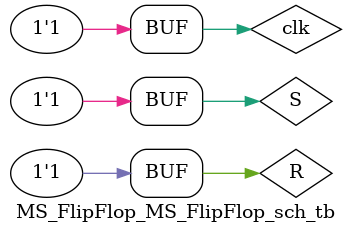
<source format=v>

`timescale 1ns / 1ps

module MS_FlipFlop_MS_FlipFlop_sch_tb();

// Inputs
   reg clk;
   reg S;
   reg R;

// Output
   wire Q;
   wire NotQ;

// Bidirs

// Instantiate the UUT
   MS_FlipFlop UUT (
		.clk(clk), 
		.S(S), 
		.R(R), 
		.Q(Q), 
		.NotQ(NotQ)
   );
// Initialize Inputs
//   `ifdef auto_init
      initial begin
		R=1;S=1; #50;
		R=1;S=0; #50;
		R=1;S=1; #50;
		R=0;S=1; #50;
		R=1;S=1; #50;
		
		R=0;S=0; #20;
		S=1; 		#5;//catching one
		S=0;		#25;
		
		R=1;S=1; #50; 
		end
		
		always begin
		clk = 0; #20;
		clk = 1; #20;
		end
//   `endif
endmodule

</source>
